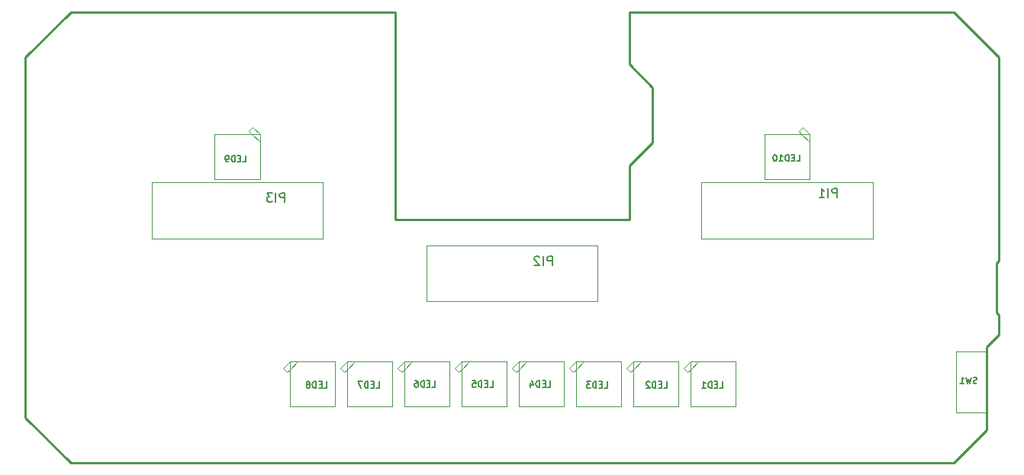
<source format=gbr>
%TF.GenerationSoftware,KiCad,Pcbnew,9.0.2*%
%TF.CreationDate,2025-07-03T15:48:42+01:00*%
%TF.ProjectId,FED3,46454433-2e6b-4696-9361-645f70636258,rev?*%
%TF.SameCoordinates,Original*%
%TF.FileFunction,AssemblyDrawing,Bot*%
%FSLAX46Y46*%
G04 Gerber Fmt 4.6, Leading zero omitted, Abs format (unit mm)*
G04 Created by KiCad (PCBNEW 9.0.2) date 2025-07-03 15:48:42*
%MOMM*%
%LPD*%
G01*
G04 APERTURE LIST*
%ADD10C,0.150000*%
%ADD11C,0.175000*%
%ADD12C,0.100000*%
%TA.AperFunction,Profile*%
%ADD13C,0.250000*%
%TD*%
G04 APERTURE END LIST*
D10*
X180054857Y-96506533D02*
X180388190Y-96506533D01*
X180388190Y-96506533D02*
X180388190Y-95806533D01*
X179821523Y-96139866D02*
X179588190Y-96139866D01*
X179488190Y-96506533D02*
X179821523Y-96506533D01*
X179821523Y-96506533D02*
X179821523Y-95806533D01*
X179821523Y-95806533D02*
X179488190Y-95806533D01*
X179188190Y-96506533D02*
X179188190Y-95806533D01*
X179188190Y-95806533D02*
X179021523Y-95806533D01*
X179021523Y-95806533D02*
X178921523Y-95839866D01*
X178921523Y-95839866D02*
X178854857Y-95906533D01*
X178854857Y-95906533D02*
X178821523Y-95973200D01*
X178821523Y-95973200D02*
X178788190Y-96106533D01*
X178788190Y-96106533D02*
X178788190Y-96206533D01*
X178788190Y-96206533D02*
X178821523Y-96339866D01*
X178821523Y-96339866D02*
X178854857Y-96406533D01*
X178854857Y-96406533D02*
X178921523Y-96473200D01*
X178921523Y-96473200D02*
X179021523Y-96506533D01*
X179021523Y-96506533D02*
X179188190Y-96506533D01*
X178121523Y-96506533D02*
X178521523Y-96506533D01*
X178321523Y-96506533D02*
X178321523Y-95806533D01*
X178321523Y-95806533D02*
X178388190Y-95906533D01*
X178388190Y-95906533D02*
X178454857Y-95973200D01*
X178454857Y-95973200D02*
X178521523Y-96006533D01*
X177688190Y-95806533D02*
X177621523Y-95806533D01*
X177621523Y-95806533D02*
X177554856Y-95839866D01*
X177554856Y-95839866D02*
X177521523Y-95873200D01*
X177521523Y-95873200D02*
X177488190Y-95939866D01*
X177488190Y-95939866D02*
X177454856Y-96073200D01*
X177454856Y-96073200D02*
X177454856Y-96239866D01*
X177454856Y-96239866D02*
X177488190Y-96373200D01*
X177488190Y-96373200D02*
X177521523Y-96439866D01*
X177521523Y-96439866D02*
X177554856Y-96473200D01*
X177554856Y-96473200D02*
X177621523Y-96506533D01*
X177621523Y-96506533D02*
X177688190Y-96506533D01*
X177688190Y-96506533D02*
X177754856Y-96473200D01*
X177754856Y-96473200D02*
X177788190Y-96439866D01*
X177788190Y-96439866D02*
X177821523Y-96373200D01*
X177821523Y-96373200D02*
X177854856Y-96239866D01*
X177854856Y-96239866D02*
X177854856Y-96073200D01*
X177854856Y-96073200D02*
X177821523Y-95939866D01*
X177821523Y-95939866D02*
X177788190Y-95873200D01*
X177788190Y-95873200D02*
X177754856Y-95839866D01*
X177754856Y-95839866D02*
X177688190Y-95806533D01*
X152401316Y-121606533D02*
X152734649Y-121606533D01*
X152734649Y-121606533D02*
X152734649Y-120906533D01*
X152167982Y-121239866D02*
X151934649Y-121239866D01*
X151834649Y-121606533D02*
X152167982Y-121606533D01*
X152167982Y-121606533D02*
X152167982Y-120906533D01*
X152167982Y-120906533D02*
X151834649Y-120906533D01*
X151534649Y-121606533D02*
X151534649Y-120906533D01*
X151534649Y-120906533D02*
X151367982Y-120906533D01*
X151367982Y-120906533D02*
X151267982Y-120939866D01*
X151267982Y-120939866D02*
X151201316Y-121006533D01*
X151201316Y-121006533D02*
X151167982Y-121073200D01*
X151167982Y-121073200D02*
X151134649Y-121206533D01*
X151134649Y-121206533D02*
X151134649Y-121306533D01*
X151134649Y-121306533D02*
X151167982Y-121439866D01*
X151167982Y-121439866D02*
X151201316Y-121506533D01*
X151201316Y-121506533D02*
X151267982Y-121573200D01*
X151267982Y-121573200D02*
X151367982Y-121606533D01*
X151367982Y-121606533D02*
X151534649Y-121606533D01*
X150534649Y-121139866D02*
X150534649Y-121606533D01*
X150701316Y-120873200D02*
X150867982Y-121373200D01*
X150867982Y-121373200D02*
X150434649Y-121373200D01*
X200067982Y-121173200D02*
X199967982Y-121206533D01*
X199967982Y-121206533D02*
X199801316Y-121206533D01*
X199801316Y-121206533D02*
X199734649Y-121173200D01*
X199734649Y-121173200D02*
X199701316Y-121139866D01*
X199701316Y-121139866D02*
X199667982Y-121073200D01*
X199667982Y-121073200D02*
X199667982Y-121006533D01*
X199667982Y-121006533D02*
X199701316Y-120939866D01*
X199701316Y-120939866D02*
X199734649Y-120906533D01*
X199734649Y-120906533D02*
X199801316Y-120873200D01*
X199801316Y-120873200D02*
X199934649Y-120839866D01*
X199934649Y-120839866D02*
X200001316Y-120806533D01*
X200001316Y-120806533D02*
X200034649Y-120773200D01*
X200034649Y-120773200D02*
X200067982Y-120706533D01*
X200067982Y-120706533D02*
X200067982Y-120639866D01*
X200067982Y-120639866D02*
X200034649Y-120573200D01*
X200034649Y-120573200D02*
X200001316Y-120539866D01*
X200001316Y-120539866D02*
X199934649Y-120506533D01*
X199934649Y-120506533D02*
X199767982Y-120506533D01*
X199767982Y-120506533D02*
X199667982Y-120539866D01*
X199434649Y-120506533D02*
X199267982Y-121206533D01*
X199267982Y-121206533D02*
X199134649Y-120706533D01*
X199134649Y-120706533D02*
X199001315Y-121206533D01*
X199001315Y-121206533D02*
X198834649Y-120506533D01*
X198201315Y-121206533D02*
X198601315Y-121206533D01*
X198401315Y-121206533D02*
X198401315Y-120506533D01*
X198401315Y-120506533D02*
X198467982Y-120606533D01*
X198467982Y-120606533D02*
X198534649Y-120673200D01*
X198534649Y-120673200D02*
X198601315Y-120706533D01*
X118601316Y-96606533D02*
X118934649Y-96606533D01*
X118934649Y-96606533D02*
X118934649Y-95906533D01*
X118367982Y-96239866D02*
X118134649Y-96239866D01*
X118034649Y-96606533D02*
X118367982Y-96606533D01*
X118367982Y-96606533D02*
X118367982Y-95906533D01*
X118367982Y-95906533D02*
X118034649Y-95906533D01*
X117734649Y-96606533D02*
X117734649Y-95906533D01*
X117734649Y-95906533D02*
X117567982Y-95906533D01*
X117567982Y-95906533D02*
X117467982Y-95939866D01*
X117467982Y-95939866D02*
X117401316Y-96006533D01*
X117401316Y-96006533D02*
X117367982Y-96073200D01*
X117367982Y-96073200D02*
X117334649Y-96206533D01*
X117334649Y-96206533D02*
X117334649Y-96306533D01*
X117334649Y-96306533D02*
X117367982Y-96439866D01*
X117367982Y-96439866D02*
X117401316Y-96506533D01*
X117401316Y-96506533D02*
X117467982Y-96573200D01*
X117467982Y-96573200D02*
X117567982Y-96606533D01*
X117567982Y-96606533D02*
X117734649Y-96606533D01*
X117001316Y-96606533D02*
X116867982Y-96606533D01*
X116867982Y-96606533D02*
X116801316Y-96573200D01*
X116801316Y-96573200D02*
X116767982Y-96539866D01*
X116767982Y-96539866D02*
X116701316Y-96439866D01*
X116701316Y-96439866D02*
X116667982Y-96306533D01*
X116667982Y-96306533D02*
X116667982Y-96039866D01*
X116667982Y-96039866D02*
X116701316Y-95973200D01*
X116701316Y-95973200D02*
X116734649Y-95939866D01*
X116734649Y-95939866D02*
X116801316Y-95906533D01*
X116801316Y-95906533D02*
X116934649Y-95906533D01*
X116934649Y-95906533D02*
X117001316Y-95939866D01*
X117001316Y-95939866D02*
X117034649Y-95973200D01*
X117034649Y-95973200D02*
X117067982Y-96039866D01*
X117067982Y-96039866D02*
X117067982Y-96206533D01*
X117067982Y-96206533D02*
X117034649Y-96273200D01*
X117034649Y-96273200D02*
X117001316Y-96306533D01*
X117001316Y-96306533D02*
X116934649Y-96339866D01*
X116934649Y-96339866D02*
X116801316Y-96339866D01*
X116801316Y-96339866D02*
X116734649Y-96306533D01*
X116734649Y-96306533D02*
X116701316Y-96273200D01*
X116701316Y-96273200D02*
X116667982Y-96206533D01*
X127601316Y-121706533D02*
X127934649Y-121706533D01*
X127934649Y-121706533D02*
X127934649Y-121006533D01*
X127367982Y-121339866D02*
X127134649Y-121339866D01*
X127034649Y-121706533D02*
X127367982Y-121706533D01*
X127367982Y-121706533D02*
X127367982Y-121006533D01*
X127367982Y-121006533D02*
X127034649Y-121006533D01*
X126734649Y-121706533D02*
X126734649Y-121006533D01*
X126734649Y-121006533D02*
X126567982Y-121006533D01*
X126567982Y-121006533D02*
X126467982Y-121039866D01*
X126467982Y-121039866D02*
X126401316Y-121106533D01*
X126401316Y-121106533D02*
X126367982Y-121173200D01*
X126367982Y-121173200D02*
X126334649Y-121306533D01*
X126334649Y-121306533D02*
X126334649Y-121406533D01*
X126334649Y-121406533D02*
X126367982Y-121539866D01*
X126367982Y-121539866D02*
X126401316Y-121606533D01*
X126401316Y-121606533D02*
X126467982Y-121673200D01*
X126467982Y-121673200D02*
X126567982Y-121706533D01*
X126567982Y-121706533D02*
X126734649Y-121706533D01*
X125934649Y-121306533D02*
X126001316Y-121273200D01*
X126001316Y-121273200D02*
X126034649Y-121239866D01*
X126034649Y-121239866D02*
X126067982Y-121173200D01*
X126067982Y-121173200D02*
X126067982Y-121139866D01*
X126067982Y-121139866D02*
X126034649Y-121073200D01*
X126034649Y-121073200D02*
X126001316Y-121039866D01*
X126001316Y-121039866D02*
X125934649Y-121006533D01*
X125934649Y-121006533D02*
X125801316Y-121006533D01*
X125801316Y-121006533D02*
X125734649Y-121039866D01*
X125734649Y-121039866D02*
X125701316Y-121073200D01*
X125701316Y-121073200D02*
X125667982Y-121139866D01*
X125667982Y-121139866D02*
X125667982Y-121173200D01*
X125667982Y-121173200D02*
X125701316Y-121239866D01*
X125701316Y-121239866D02*
X125734649Y-121273200D01*
X125734649Y-121273200D02*
X125801316Y-121306533D01*
X125801316Y-121306533D02*
X125934649Y-121306533D01*
X125934649Y-121306533D02*
X126001316Y-121339866D01*
X126001316Y-121339866D02*
X126034649Y-121373200D01*
X126034649Y-121373200D02*
X126067982Y-121439866D01*
X126067982Y-121439866D02*
X126067982Y-121573200D01*
X126067982Y-121573200D02*
X126034649Y-121639866D01*
X126034649Y-121639866D02*
X126001316Y-121673200D01*
X126001316Y-121673200D02*
X125934649Y-121706533D01*
X125934649Y-121706533D02*
X125801316Y-121706533D01*
X125801316Y-121706533D02*
X125734649Y-121673200D01*
X125734649Y-121673200D02*
X125701316Y-121639866D01*
X125701316Y-121639866D02*
X125667982Y-121573200D01*
X125667982Y-121573200D02*
X125667982Y-121439866D01*
X125667982Y-121439866D02*
X125701316Y-121373200D01*
X125701316Y-121373200D02*
X125734649Y-121339866D01*
X125734649Y-121339866D02*
X125801316Y-121306533D01*
X158701316Y-121706533D02*
X159034649Y-121706533D01*
X159034649Y-121706533D02*
X159034649Y-121006533D01*
X158467982Y-121339866D02*
X158234649Y-121339866D01*
X158134649Y-121706533D02*
X158467982Y-121706533D01*
X158467982Y-121706533D02*
X158467982Y-121006533D01*
X158467982Y-121006533D02*
X158134649Y-121006533D01*
X157834649Y-121706533D02*
X157834649Y-121006533D01*
X157834649Y-121006533D02*
X157667982Y-121006533D01*
X157667982Y-121006533D02*
X157567982Y-121039866D01*
X157567982Y-121039866D02*
X157501316Y-121106533D01*
X157501316Y-121106533D02*
X157467982Y-121173200D01*
X157467982Y-121173200D02*
X157434649Y-121306533D01*
X157434649Y-121306533D02*
X157434649Y-121406533D01*
X157434649Y-121406533D02*
X157467982Y-121539866D01*
X157467982Y-121539866D02*
X157501316Y-121606533D01*
X157501316Y-121606533D02*
X157567982Y-121673200D01*
X157567982Y-121673200D02*
X157667982Y-121706533D01*
X157667982Y-121706533D02*
X157834649Y-121706533D01*
X157201316Y-121006533D02*
X156767982Y-121006533D01*
X156767982Y-121006533D02*
X157001316Y-121273200D01*
X157001316Y-121273200D02*
X156901316Y-121273200D01*
X156901316Y-121273200D02*
X156834649Y-121306533D01*
X156834649Y-121306533D02*
X156801316Y-121339866D01*
X156801316Y-121339866D02*
X156767982Y-121406533D01*
X156767982Y-121406533D02*
X156767982Y-121573200D01*
X156767982Y-121573200D02*
X156801316Y-121639866D01*
X156801316Y-121639866D02*
X156834649Y-121673200D01*
X156834649Y-121673200D02*
X156901316Y-121706533D01*
X156901316Y-121706533D02*
X157101316Y-121706533D01*
X157101316Y-121706533D02*
X157167982Y-121673200D01*
X157167982Y-121673200D02*
X157201316Y-121639866D01*
X171501316Y-121706533D02*
X171834649Y-121706533D01*
X171834649Y-121706533D02*
X171834649Y-121006533D01*
X171267982Y-121339866D02*
X171034649Y-121339866D01*
X170934649Y-121706533D02*
X171267982Y-121706533D01*
X171267982Y-121706533D02*
X171267982Y-121006533D01*
X171267982Y-121006533D02*
X170934649Y-121006533D01*
X170634649Y-121706533D02*
X170634649Y-121006533D01*
X170634649Y-121006533D02*
X170467982Y-121006533D01*
X170467982Y-121006533D02*
X170367982Y-121039866D01*
X170367982Y-121039866D02*
X170301316Y-121106533D01*
X170301316Y-121106533D02*
X170267982Y-121173200D01*
X170267982Y-121173200D02*
X170234649Y-121306533D01*
X170234649Y-121306533D02*
X170234649Y-121406533D01*
X170234649Y-121406533D02*
X170267982Y-121539866D01*
X170267982Y-121539866D02*
X170301316Y-121606533D01*
X170301316Y-121606533D02*
X170367982Y-121673200D01*
X170367982Y-121673200D02*
X170467982Y-121706533D01*
X170467982Y-121706533D02*
X170634649Y-121706533D01*
X169567982Y-121706533D02*
X169967982Y-121706533D01*
X169767982Y-121706533D02*
X169767982Y-121006533D01*
X169767982Y-121006533D02*
X169834649Y-121106533D01*
X169834649Y-121106533D02*
X169901316Y-121173200D01*
X169901316Y-121173200D02*
X169967982Y-121206533D01*
X123263220Y-101069819D02*
X123263220Y-100069819D01*
X123263220Y-100069819D02*
X122882268Y-100069819D01*
X122882268Y-100069819D02*
X122787030Y-100117438D01*
X122787030Y-100117438D02*
X122739411Y-100165057D01*
X122739411Y-100165057D02*
X122691792Y-100260295D01*
X122691792Y-100260295D02*
X122691792Y-100403152D01*
X122691792Y-100403152D02*
X122739411Y-100498390D01*
X122739411Y-100498390D02*
X122787030Y-100546009D01*
X122787030Y-100546009D02*
X122882268Y-100593628D01*
X122882268Y-100593628D02*
X123263220Y-100593628D01*
X122263220Y-101069819D02*
X122263220Y-100069819D01*
X121882268Y-100069819D02*
X121263221Y-100069819D01*
X121263221Y-100069819D02*
X121596554Y-100450771D01*
X121596554Y-100450771D02*
X121453697Y-100450771D01*
X121453697Y-100450771D02*
X121358459Y-100498390D01*
X121358459Y-100498390D02*
X121310840Y-100546009D01*
X121310840Y-100546009D02*
X121263221Y-100641247D01*
X121263221Y-100641247D02*
X121263221Y-100879342D01*
X121263221Y-100879342D02*
X121310840Y-100974580D01*
X121310840Y-100974580D02*
X121358459Y-101022200D01*
X121358459Y-101022200D02*
X121453697Y-101069819D01*
X121453697Y-101069819D02*
X121739411Y-101069819D01*
X121739411Y-101069819D02*
X121834649Y-101022200D01*
X121834649Y-101022200D02*
X121882268Y-100974580D01*
X184563220Y-100569819D02*
X184563220Y-99569819D01*
X184563220Y-99569819D02*
X184182268Y-99569819D01*
X184182268Y-99569819D02*
X184087030Y-99617438D01*
X184087030Y-99617438D02*
X184039411Y-99665057D01*
X184039411Y-99665057D02*
X183991792Y-99760295D01*
X183991792Y-99760295D02*
X183991792Y-99903152D01*
X183991792Y-99903152D02*
X184039411Y-99998390D01*
X184039411Y-99998390D02*
X184087030Y-100046009D01*
X184087030Y-100046009D02*
X184182268Y-100093628D01*
X184182268Y-100093628D02*
X184563220Y-100093628D01*
X183563220Y-100569819D02*
X183563220Y-99569819D01*
X182563221Y-100569819D02*
X183134649Y-100569819D01*
X182848935Y-100569819D02*
X182848935Y-99569819D01*
X182848935Y-99569819D02*
X182944173Y-99712676D01*
X182944173Y-99712676D02*
X183039411Y-99807914D01*
X183039411Y-99807914D02*
X183134649Y-99855533D01*
X152937800Y-108108941D02*
X152937800Y-107108941D01*
X152937800Y-107108941D02*
X152556848Y-107108941D01*
X152556848Y-107108941D02*
X152461610Y-107156560D01*
X152461610Y-107156560D02*
X152413991Y-107204179D01*
X152413991Y-107204179D02*
X152366372Y-107299417D01*
X152366372Y-107299417D02*
X152366372Y-107442274D01*
X152366372Y-107442274D02*
X152413991Y-107537512D01*
X152413991Y-107537512D02*
X152461610Y-107585131D01*
X152461610Y-107585131D02*
X152556848Y-107632750D01*
X152556848Y-107632750D02*
X152937800Y-107632750D01*
X151937800Y-108108941D02*
X151937800Y-107108941D01*
X151509229Y-107204179D02*
X151461610Y-107156560D01*
X151461610Y-107156560D02*
X151366372Y-107108941D01*
X151366372Y-107108941D02*
X151128277Y-107108941D01*
X151128277Y-107108941D02*
X151033039Y-107156560D01*
X151033039Y-107156560D02*
X150985420Y-107204179D01*
X150985420Y-107204179D02*
X150937801Y-107299417D01*
X150937801Y-107299417D02*
X150937801Y-107394655D01*
X150937801Y-107394655D02*
X150985420Y-107537512D01*
X150985420Y-107537512D02*
X151556848Y-108108941D01*
X151556848Y-108108941D02*
X150937801Y-108108941D01*
X165301316Y-121706533D02*
X165634649Y-121706533D01*
X165634649Y-121706533D02*
X165634649Y-121006533D01*
X165067982Y-121339866D02*
X164834649Y-121339866D01*
X164734649Y-121706533D02*
X165067982Y-121706533D01*
X165067982Y-121706533D02*
X165067982Y-121006533D01*
X165067982Y-121006533D02*
X164734649Y-121006533D01*
X164434649Y-121706533D02*
X164434649Y-121006533D01*
X164434649Y-121006533D02*
X164267982Y-121006533D01*
X164267982Y-121006533D02*
X164167982Y-121039866D01*
X164167982Y-121039866D02*
X164101316Y-121106533D01*
X164101316Y-121106533D02*
X164067982Y-121173200D01*
X164067982Y-121173200D02*
X164034649Y-121306533D01*
X164034649Y-121306533D02*
X164034649Y-121406533D01*
X164034649Y-121406533D02*
X164067982Y-121539866D01*
X164067982Y-121539866D02*
X164101316Y-121606533D01*
X164101316Y-121606533D02*
X164167982Y-121673200D01*
X164167982Y-121673200D02*
X164267982Y-121706533D01*
X164267982Y-121706533D02*
X164434649Y-121706533D01*
X163767982Y-121073200D02*
X163734649Y-121039866D01*
X163734649Y-121039866D02*
X163667982Y-121006533D01*
X163667982Y-121006533D02*
X163501316Y-121006533D01*
X163501316Y-121006533D02*
X163434649Y-121039866D01*
X163434649Y-121039866D02*
X163401316Y-121073200D01*
X163401316Y-121073200D02*
X163367982Y-121139866D01*
X163367982Y-121139866D02*
X163367982Y-121206533D01*
X163367982Y-121206533D02*
X163401316Y-121306533D01*
X163401316Y-121306533D02*
X163801316Y-121706533D01*
X163801316Y-121706533D02*
X163367982Y-121706533D01*
X139601316Y-121606533D02*
X139934649Y-121606533D01*
X139934649Y-121606533D02*
X139934649Y-120906533D01*
X139367982Y-121239866D02*
X139134649Y-121239866D01*
X139034649Y-121606533D02*
X139367982Y-121606533D01*
X139367982Y-121606533D02*
X139367982Y-120906533D01*
X139367982Y-120906533D02*
X139034649Y-120906533D01*
X138734649Y-121606533D02*
X138734649Y-120906533D01*
X138734649Y-120906533D02*
X138567982Y-120906533D01*
X138567982Y-120906533D02*
X138467982Y-120939866D01*
X138467982Y-120939866D02*
X138401316Y-121006533D01*
X138401316Y-121006533D02*
X138367982Y-121073200D01*
X138367982Y-121073200D02*
X138334649Y-121206533D01*
X138334649Y-121206533D02*
X138334649Y-121306533D01*
X138334649Y-121306533D02*
X138367982Y-121439866D01*
X138367982Y-121439866D02*
X138401316Y-121506533D01*
X138401316Y-121506533D02*
X138467982Y-121573200D01*
X138467982Y-121573200D02*
X138567982Y-121606533D01*
X138567982Y-121606533D02*
X138734649Y-121606533D01*
X137734649Y-120906533D02*
X137867982Y-120906533D01*
X137867982Y-120906533D02*
X137934649Y-120939866D01*
X137934649Y-120939866D02*
X137967982Y-120973200D01*
X137967982Y-120973200D02*
X138034649Y-121073200D01*
X138034649Y-121073200D02*
X138067982Y-121206533D01*
X138067982Y-121206533D02*
X138067982Y-121473200D01*
X138067982Y-121473200D02*
X138034649Y-121539866D01*
X138034649Y-121539866D02*
X138001316Y-121573200D01*
X138001316Y-121573200D02*
X137934649Y-121606533D01*
X137934649Y-121606533D02*
X137801316Y-121606533D01*
X137801316Y-121606533D02*
X137734649Y-121573200D01*
X137734649Y-121573200D02*
X137701316Y-121539866D01*
X137701316Y-121539866D02*
X137667982Y-121473200D01*
X137667982Y-121473200D02*
X137667982Y-121306533D01*
X137667982Y-121306533D02*
X137701316Y-121239866D01*
X137701316Y-121239866D02*
X137734649Y-121206533D01*
X137734649Y-121206533D02*
X137801316Y-121173200D01*
X137801316Y-121173200D02*
X137934649Y-121173200D01*
X137934649Y-121173200D02*
X138001316Y-121206533D01*
X138001316Y-121206533D02*
X138034649Y-121239866D01*
X138034649Y-121239866D02*
X138067982Y-121306533D01*
D11*
X133384869Y-121705233D02*
X133718202Y-121705233D01*
X133718202Y-121705233D02*
X133718202Y-121005233D01*
X133151535Y-121338566D02*
X132918202Y-121338566D01*
X132818202Y-121705233D02*
X133151535Y-121705233D01*
X133151535Y-121705233D02*
X133151535Y-121005233D01*
X133151535Y-121005233D02*
X132818202Y-121005233D01*
X132518202Y-121705233D02*
X132518202Y-121005233D01*
X132518202Y-121005233D02*
X132351535Y-121005233D01*
X132351535Y-121005233D02*
X132251535Y-121038566D01*
X132251535Y-121038566D02*
X132184869Y-121105233D01*
X132184869Y-121105233D02*
X132151535Y-121171900D01*
X132151535Y-121171900D02*
X132118202Y-121305233D01*
X132118202Y-121305233D02*
X132118202Y-121405233D01*
X132118202Y-121405233D02*
X132151535Y-121538566D01*
X132151535Y-121538566D02*
X132184869Y-121605233D01*
X132184869Y-121605233D02*
X132251535Y-121671900D01*
X132251535Y-121671900D02*
X132351535Y-121705233D01*
X132351535Y-121705233D02*
X132518202Y-121705233D01*
X131884869Y-121005233D02*
X131418202Y-121005233D01*
X131418202Y-121005233D02*
X131718202Y-121705233D01*
D10*
X146001316Y-121606533D02*
X146334649Y-121606533D01*
X146334649Y-121606533D02*
X146334649Y-120906533D01*
X145767982Y-121239866D02*
X145534649Y-121239866D01*
X145434649Y-121606533D02*
X145767982Y-121606533D01*
X145767982Y-121606533D02*
X145767982Y-120906533D01*
X145767982Y-120906533D02*
X145434649Y-120906533D01*
X145134649Y-121606533D02*
X145134649Y-120906533D01*
X145134649Y-120906533D02*
X144967982Y-120906533D01*
X144967982Y-120906533D02*
X144867982Y-120939866D01*
X144867982Y-120939866D02*
X144801316Y-121006533D01*
X144801316Y-121006533D02*
X144767982Y-121073200D01*
X144767982Y-121073200D02*
X144734649Y-121206533D01*
X144734649Y-121206533D02*
X144734649Y-121306533D01*
X144734649Y-121306533D02*
X144767982Y-121439866D01*
X144767982Y-121439866D02*
X144801316Y-121506533D01*
X144801316Y-121506533D02*
X144867982Y-121573200D01*
X144867982Y-121573200D02*
X144967982Y-121606533D01*
X144967982Y-121606533D02*
X145134649Y-121606533D01*
X144101316Y-120906533D02*
X144434649Y-120906533D01*
X144434649Y-120906533D02*
X144467982Y-121239866D01*
X144467982Y-121239866D02*
X144434649Y-121206533D01*
X144434649Y-121206533D02*
X144367982Y-121173200D01*
X144367982Y-121173200D02*
X144201316Y-121173200D01*
X144201316Y-121173200D02*
X144134649Y-121206533D01*
X144134649Y-121206533D02*
X144101316Y-121239866D01*
X144101316Y-121239866D02*
X144067982Y-121306533D01*
X144067982Y-121306533D02*
X144067982Y-121473200D01*
X144067982Y-121473200D02*
X144101316Y-121539866D01*
X144101316Y-121539866D02*
X144134649Y-121573200D01*
X144134649Y-121573200D02*
X144201316Y-121606533D01*
X144201316Y-121606533D02*
X144367982Y-121606533D01*
X144367982Y-121606533D02*
X144434649Y-121573200D01*
X144434649Y-121573200D02*
X144467982Y-121539866D01*
D12*
%TO.C,LED10*%
X176501100Y-93500400D02*
X181501100Y-93500400D01*
X176501100Y-98500400D02*
X176501100Y-93500400D01*
X176501100Y-98500400D02*
X181501100Y-98500400D01*
X180301100Y-93200400D02*
X180701100Y-92800400D01*
X180601100Y-93500400D02*
X180301100Y-93200400D01*
X180701100Y-92800400D02*
X181501100Y-93500400D01*
X181501100Y-93500400D02*
X181501100Y-98500400D01*
X181501100Y-94400400D02*
X180601100Y-93500400D01*
%TO.C,LED4*%
X148501900Y-119566000D02*
X149201900Y-118766000D01*
X148901900Y-119966000D02*
X148501900Y-119566000D01*
X149201900Y-118766000D02*
X154201900Y-118766000D01*
X149201900Y-119666000D02*
X148901900Y-119966000D01*
X149201900Y-123766000D02*
X149201900Y-118766000D01*
X150101900Y-118766000D02*
X149201900Y-119666000D01*
X154201900Y-123766000D02*
X149201900Y-123766000D01*
X154201900Y-123766000D02*
X154201900Y-118766000D01*
%TO.C,SW1*%
X197750000Y-117650000D02*
X201150000Y-117650000D01*
X201150000Y-124450000D01*
X197750000Y-124450000D01*
X197750000Y-117650000D01*
%TO.C,LED9*%
X115501100Y-93500400D02*
X120501100Y-93500400D01*
X115501100Y-98500400D02*
X115501100Y-93500400D01*
X115501100Y-98500400D02*
X120501100Y-98500400D01*
X119301100Y-93200400D02*
X119701100Y-92800400D01*
X119601100Y-93500400D02*
X119301100Y-93200400D01*
X119701100Y-92800400D02*
X120501100Y-93500400D01*
X120501100Y-93500400D02*
X120501100Y-98500400D01*
X120501100Y-94400400D02*
X119601100Y-93500400D01*
%TO.C,LED8*%
X123101900Y-119566000D02*
X123801900Y-118766000D01*
X123501900Y-119966000D02*
X123101900Y-119566000D01*
X123801900Y-118766000D02*
X128801900Y-118766000D01*
X123801900Y-119666000D02*
X123501900Y-119966000D01*
X123801900Y-123766000D02*
X123801900Y-118766000D01*
X124701900Y-118766000D02*
X123801900Y-119666000D01*
X128801900Y-123766000D02*
X123801900Y-123766000D01*
X128801900Y-123766000D02*
X128801900Y-118766000D01*
%TO.C,LED3*%
X154851900Y-119566000D02*
X155551900Y-118766000D01*
X155251900Y-119966000D02*
X154851900Y-119566000D01*
X155551900Y-118766000D02*
X160551900Y-118766000D01*
X155551900Y-119666000D02*
X155251900Y-119966000D01*
X155551900Y-123766000D02*
X155551900Y-118766000D01*
X156451900Y-118766000D02*
X155551900Y-119666000D01*
X160551900Y-123766000D02*
X155551900Y-123766000D01*
X160551900Y-123766000D02*
X160551900Y-118766000D01*
%TO.C,LED1*%
X167551900Y-119566000D02*
X168251900Y-118766000D01*
X167951900Y-119966000D02*
X167551900Y-119566000D01*
X168251900Y-118766000D02*
X173251900Y-118766000D01*
X168251900Y-119666000D02*
X167951900Y-119966000D01*
X168251900Y-123766000D02*
X168251900Y-118766000D01*
X169151900Y-118766000D02*
X168251900Y-119666000D01*
X173251900Y-123766000D02*
X168251900Y-123766000D01*
X173251900Y-123766000D02*
X173251900Y-118766000D01*
%TO.C,PI3*%
X127501100Y-98903600D02*
X108501100Y-98903600D01*
X108501100Y-105103600D01*
X127501100Y-105103600D01*
X127501100Y-98903600D01*
%TO.C,PI1*%
X188501100Y-98903600D02*
X169501100Y-98903600D01*
X169501100Y-105103600D01*
X188501100Y-105103600D01*
X188501100Y-98903600D01*
%TO.C,PI2*%
X158001100Y-105903600D02*
X139001100Y-105903600D01*
X139001100Y-112103600D01*
X158001100Y-112103600D01*
X158001100Y-105903600D01*
%TO.C,LED2*%
X161201900Y-119566000D02*
X161901900Y-118766000D01*
X161601900Y-119966000D02*
X161201900Y-119566000D01*
X161901900Y-118766000D02*
X166901900Y-118766000D01*
X161901900Y-119666000D02*
X161601900Y-119966000D01*
X161901900Y-123766000D02*
X161901900Y-118766000D01*
X162801900Y-118766000D02*
X161901900Y-119666000D01*
X166901900Y-123766000D02*
X161901900Y-123766000D01*
X166901900Y-123766000D02*
X166901900Y-118766000D01*
%TO.C,LED6*%
X135801900Y-119566000D02*
X136501900Y-118766000D01*
X136201900Y-119966000D02*
X135801900Y-119566000D01*
X136501900Y-118766000D02*
X141501900Y-118766000D01*
X136501900Y-119666000D02*
X136201900Y-119966000D01*
X136501900Y-123766000D02*
X136501900Y-118766000D01*
X137401900Y-118766000D02*
X136501900Y-119666000D01*
X141501900Y-123766000D02*
X136501900Y-123766000D01*
X141501900Y-123766000D02*
X141501900Y-118766000D01*
%TO.C,LED7*%
X129451900Y-119566000D02*
X130151900Y-118766000D01*
X129851900Y-119966000D02*
X129451900Y-119566000D01*
X130151900Y-118766000D02*
X135151900Y-118766000D01*
X130151900Y-119666000D02*
X129851900Y-119966000D01*
X130151900Y-123766000D02*
X130151900Y-118766000D01*
X131051900Y-118766000D02*
X130151900Y-119666000D01*
X135151900Y-123766000D02*
X130151900Y-123766000D01*
X135151900Y-123766000D02*
X135151900Y-118766000D01*
%TO.C,LED5*%
X142151900Y-119566000D02*
X142851900Y-118766000D01*
X142551900Y-119966000D02*
X142151900Y-119566000D01*
X142851900Y-118766000D02*
X147851900Y-118766000D01*
X142851900Y-119666000D02*
X142551900Y-119966000D01*
X142851900Y-123766000D02*
X142851900Y-118766000D01*
X143751900Y-118766000D02*
X142851900Y-119666000D01*
X147851900Y-123766000D02*
X142851900Y-123766000D01*
X147851900Y-123766000D02*
X147851900Y-118766000D01*
%TD*%
D13*
X201101100Y-126403600D02*
X201101100Y-117203600D01*
X161501100Y-103003600D02*
X135501100Y-103003600D01*
X161501100Y-80003600D02*
X161501100Y-85751600D01*
X161501100Y-85751600D02*
X164097100Y-88347600D01*
X99501100Y-80003600D02*
X94501100Y-85003600D01*
X202221100Y-107883600D02*
X202501100Y-107603600D01*
X202501100Y-85003600D02*
X197501100Y-80003600D01*
X202221100Y-113323600D02*
X202221100Y-107883600D01*
X202501100Y-107603600D02*
X202501100Y-85003600D01*
X161501100Y-96983600D02*
X161501100Y-103003600D01*
X202501100Y-113603600D02*
X202221100Y-113323600D01*
X135501100Y-103003600D02*
X135501100Y-80003600D01*
X94501100Y-125003600D02*
X99501100Y-130003600D01*
X164097100Y-88347600D02*
X164097100Y-94443600D01*
X197501100Y-130003600D02*
X201101100Y-126403600D01*
X197501100Y-80003600D02*
X161501100Y-80003600D01*
X202501100Y-115803600D02*
X202501100Y-113603600D01*
X94501100Y-85003600D02*
X94501100Y-125003600D01*
X99501100Y-130003600D02*
X197501100Y-130003600D01*
X164097100Y-94443600D02*
X161501100Y-96983600D01*
X201101100Y-117203600D02*
X202501100Y-115803600D01*
X135501100Y-80003600D02*
X99501100Y-80003600D01*
M02*

</source>
